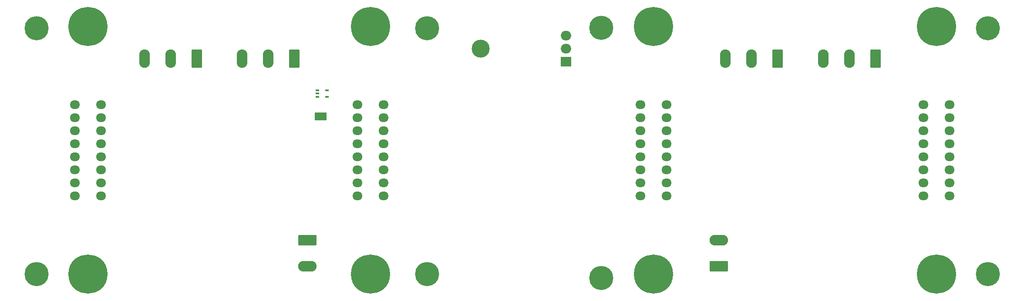
<source format=gbr>
%TF.GenerationSoftware,KiCad,Pcbnew,9.0.4-9.0.4-0~ubuntu22.04.1*%
%TF.CreationDate,2025-10-10T14:12:55+02:00*%
%TF.ProjectId,splitflap-backplane,73706c69-7466-46c6-9170-2d6261636b70,rev?*%
%TF.SameCoordinates,Original*%
%TF.FileFunction,Soldermask,Top*%
%TF.FilePolarity,Negative*%
%FSLAX46Y46*%
G04 Gerber Fmt 4.6, Leading zero omitted, Abs format (unit mm)*
G04 Created by KiCad (PCBNEW 9.0.4-9.0.4-0~ubuntu22.04.1) date 2025-10-10 14:12:55*
%MOMM*%
%LPD*%
G01*
G04 APERTURE LIST*
G04 Aperture macros list*
%AMRoundRect*
0 Rectangle with rounded corners*
0 $1 Rounding radius*
0 $2 $3 $4 $5 $6 $7 $8 $9 X,Y pos of 4 corners*
0 Add a 4 corners polygon primitive as box body*
4,1,4,$2,$3,$4,$5,$6,$7,$8,$9,$2,$3,0*
0 Add four circle primitives for the rounded corners*
1,1,$1+$1,$2,$3*
1,1,$1+$1,$4,$5*
1,1,$1+$1,$6,$7*
1,1,$1+$1,$8,$9*
0 Add four rect primitives between the rounded corners*
20,1,$1+$1,$2,$3,$4,$5,0*
20,1,$1+$1,$4,$5,$6,$7,0*
20,1,$1+$1,$6,$7,$8,$9,0*
20,1,$1+$1,$8,$9,$2,$3,0*%
G04 Aperture macros list end*
%ADD10R,1.000000X1.500000*%
%ADD11RoundRect,0.100000X-0.225000X-0.100000X0.225000X-0.100000X0.225000X0.100000X-0.225000X0.100000X0*%
%ADD12C,7.620000*%
%ADD13O,1.950000X1.700000*%
%ADD14RoundRect,0.249999X1.550001X-0.790001X1.550001X0.790001X-1.550001X0.790001X-1.550001X-0.790001X0*%
%ADD15O,3.600000X2.080000*%
%ADD16RoundRect,0.249999X-1.550001X0.790001X-1.550001X-0.790001X1.550001X-0.790001X1.550001X0.790001X0*%
%ADD17C,4.700000*%
%ADD18RoundRect,0.249999X0.790001X1.550001X-0.790001X1.550001X-0.790001X-1.550001X0.790001X-1.550001X0*%
%ADD19O,2.080000X3.600000*%
%ADD20C,3.500000*%
%ADD21R,2.000000X1.905000*%
%ADD22O,2.000000X1.905000*%
G04 APERTURE END LIST*
%TO.C,JP1*%
G36*
X95100000Y-108470000D02*
G01*
X95400000Y-108470000D01*
X95400000Y-109970000D01*
X95100000Y-109970000D01*
X95100000Y-108470000D01*
G37*
%TD*%
D10*
%TO.C,JP1*%
X94600000Y-109220000D03*
X95900000Y-109220000D03*
%TD*%
D11*
%TO.C,U2*%
X94620000Y-104110000D03*
X94620000Y-104760000D03*
X94620000Y-105410000D03*
X96520000Y-105410000D03*
X96520000Y-104110000D03*
%TD*%
D12*
%TO.C,JM1*%
X50000000Y-91740000D03*
X50000000Y-140000000D03*
D13*
X52540000Y-124760000D03*
X52540000Y-122220000D03*
X52540000Y-119680000D03*
X52540000Y-117140000D03*
X52540000Y-114600000D03*
X52540000Y-112060000D03*
X52540000Y-106980000D03*
X52540000Y-109520000D03*
X47460000Y-124760000D03*
X47460000Y-122220000D03*
X47460000Y-119680000D03*
X47460000Y-117140000D03*
X47460000Y-114600000D03*
X47460000Y-112060000D03*
X47460000Y-106980000D03*
X47460000Y-109520000D03*
%TD*%
D12*
%TO.C,JM2*%
X105000000Y-91740000D03*
X105000000Y-140000000D03*
D13*
X107540000Y-124760000D03*
X107540000Y-122220000D03*
X107540000Y-119680000D03*
X107540000Y-117140000D03*
X107540000Y-114600000D03*
X107540000Y-112060000D03*
X107540000Y-106980000D03*
X107540000Y-109520000D03*
X102460000Y-124760000D03*
X102460000Y-122220000D03*
X102460000Y-119680000D03*
X102460000Y-117140000D03*
X102460000Y-114600000D03*
X102460000Y-112060000D03*
X102460000Y-106980000D03*
X102460000Y-109520000D03*
%TD*%
D12*
%TO.C,JM4*%
X215000000Y-91740000D03*
X215000000Y-140000000D03*
D13*
X217540000Y-124760000D03*
X217540000Y-122220000D03*
X217540000Y-119680000D03*
X217540000Y-117140000D03*
X217540000Y-114600000D03*
X217540000Y-112060000D03*
X217540000Y-106980000D03*
X217540000Y-109520000D03*
X212460000Y-124760000D03*
X212460000Y-122220000D03*
X212460000Y-119680000D03*
X212460000Y-117140000D03*
X212460000Y-114600000D03*
X212460000Y-112060000D03*
X212460000Y-106980000D03*
X212460000Y-109520000D03*
%TD*%
D12*
%TO.C,JM3*%
X160000000Y-91740000D03*
X160000000Y-140000000D03*
D13*
X162540000Y-124760000D03*
X162540000Y-122220000D03*
X162540000Y-119680000D03*
X162540000Y-117140000D03*
X162540000Y-114600000D03*
X162540000Y-112060000D03*
X162540000Y-106980000D03*
X162540000Y-109520000D03*
X157460000Y-124760000D03*
X157460000Y-122220000D03*
X157460000Y-119680000D03*
X157460000Y-117140000D03*
X157460000Y-114600000D03*
X157460000Y-112060000D03*
X157460000Y-106980000D03*
X157460000Y-109520000D03*
%TD*%
D14*
%TO.C,J2*%
X172720000Y-138430000D03*
D15*
X172720000Y-133350000D03*
%TD*%
D16*
%TO.C,J1*%
X92710000Y-133350000D03*
D15*
X92710000Y-138430000D03*
%TD*%
D17*
%TO.C,H8*%
X225000000Y-140000000D03*
%TD*%
%TO.C,H3*%
X116000000Y-92000000D03*
%TD*%
D18*
%TO.C,J8*%
X203160000Y-98000000D03*
D19*
X198080000Y-98000000D03*
X193000000Y-98000000D03*
%TD*%
D18*
%TO.C,J5*%
X71170000Y-97921500D03*
D19*
X66090000Y-97921500D03*
X61010000Y-97921500D03*
%TD*%
D17*
%TO.C,H5*%
X149860000Y-91948000D03*
%TD*%
D18*
%TO.C,J6*%
X184160000Y-98000000D03*
D19*
X179080000Y-98000000D03*
X174000000Y-98000000D03*
%TD*%
D18*
%TO.C,J7*%
X90160000Y-98000000D03*
D19*
X85080000Y-98000000D03*
X80000000Y-98000000D03*
%TD*%
D17*
%TO.C,H7*%
X225000000Y-92000000D03*
%TD*%
D20*
%TO.C,U1*%
X126340000Y-96000000D03*
D21*
X143000000Y-98540000D03*
D22*
X143000000Y-96000000D03*
X143000000Y-93460000D03*
%TD*%
D17*
%TO.C,H1*%
X40000000Y-140000000D03*
%TD*%
%TO.C,H2*%
X40000000Y-92000000D03*
%TD*%
%TO.C,H4*%
X116000000Y-140000000D03*
%TD*%
%TO.C,H6*%
X149860000Y-140716000D03*
%TD*%
M02*

</source>
